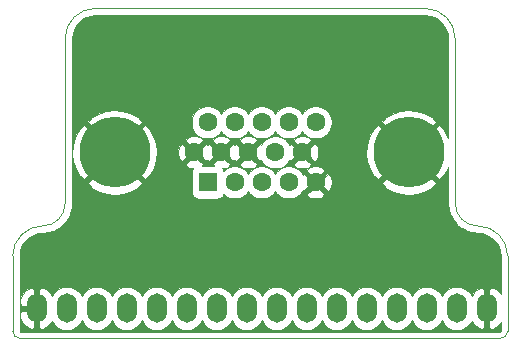
<source format=gbr>
G04 #@! TF.GenerationSoftware,KiCad,Pcbnew,5.1.7-a382d34a8~88~ubuntu20.04.1*
G04 #@! TF.CreationDate,2020-12-18T13:14:18-06:00*
G04 #@! TF.ProjectId,VGA,5647412e-6b69-4636-9164-5f7063625858,1.1*
G04 #@! TF.SameCoordinates,Original*
G04 #@! TF.FileFunction,Copper,L2,Bot*
G04 #@! TF.FilePolarity,Positive*
%FSLAX46Y46*%
G04 Gerber Fmt 4.6, Leading zero omitted, Abs format (unit mm)*
G04 Created by KiCad (PCBNEW 5.1.7-a382d34a8~88~ubuntu20.04.1) date 2020-12-18 13:14:18*
%MOMM*%
%LPD*%
G01*
G04 APERTURE LIST*
G04 #@! TA.AperFunction,Profile*
%ADD10C,0.050000*%
G04 #@! TD*
G04 #@! TA.AperFunction,ComponentPad*
%ADD11C,6.000000*%
G04 #@! TD*
G04 #@! TA.AperFunction,ComponentPad*
%ADD12O,1.700000X2.500000*%
G04 #@! TD*
G04 #@! TA.AperFunction,ComponentPad*
%ADD13R,1.600000X1.600000*%
G04 #@! TD*
G04 #@! TA.AperFunction,ComponentPad*
%ADD14C,1.600000*%
G04 #@! TD*
G04 #@! TA.AperFunction,Conductor*
%ADD15C,0.100000*%
G04 #@! TD*
G04 APERTURE END LIST*
D10*
X139065000Y-123190000D02*
G75*
G02*
X137160000Y-125095000I-1905000J0D01*
G01*
X134620000Y-127635000D02*
G75*
G02*
X137160000Y-125095000I2540000J0D01*
G01*
X173990000Y-125095000D02*
G75*
G02*
X172085000Y-123190000I0J1905000D01*
G01*
X134620000Y-133985000D02*
X134620000Y-127635000D01*
X173990000Y-125095000D02*
G75*
G02*
X176530000Y-127635000I0J-2540000D01*
G01*
X176530000Y-133985000D02*
X176530000Y-127635000D01*
X139065000Y-109220000D02*
G75*
G02*
X141605000Y-106680000I2540000J0D01*
G01*
X169545000Y-106680000D02*
G75*
G02*
X172085000Y-109220000I0J-2540000D01*
G01*
X176530000Y-133985000D02*
G75*
G02*
X175895000Y-134620000I-635000J0D01*
G01*
X135255000Y-134620000D02*
G75*
G02*
X134620000Y-133985000I0J635000D01*
G01*
X139065000Y-109220000D02*
X139065000Y-123190000D01*
X169545000Y-106680000D02*
X141605000Y-106680000D01*
X172085000Y-123190000D02*
X172085000Y-109220000D01*
X135255000Y-134620000D02*
X175895000Y-134620000D01*
D11*
X168148000Y-118872000D03*
X143256000Y-118872000D03*
D12*
X136652000Y-132080000D03*
X139192000Y-132080000D03*
X141732000Y-132080000D03*
X144272000Y-132080000D03*
X146812000Y-132080000D03*
X149352000Y-132080000D03*
X151892000Y-132080000D03*
X154432000Y-132080000D03*
X156972000Y-132080000D03*
X159512000Y-132080000D03*
X162052000Y-132080000D03*
X164592000Y-132080000D03*
X167132000Y-132080000D03*
X169672000Y-132080000D03*
X172212000Y-132080000D03*
X174752000Y-132080000D03*
D13*
X151130000Y-121412000D03*
D14*
X153420000Y-121412000D03*
X155710000Y-121412000D03*
X158000000Y-121412000D03*
X160290000Y-121412000D03*
X149985000Y-118872000D03*
X152275000Y-118872000D03*
X154565000Y-118872000D03*
X156855000Y-118872000D03*
X159145000Y-118872000D03*
X151130000Y-116332000D03*
X153420000Y-116332000D03*
X155710000Y-116332000D03*
X158000000Y-116332000D03*
X160290000Y-116332000D03*
D15*
X169924578Y-107303014D02*
X170289690Y-107413248D01*
X170626438Y-107592300D01*
X170921998Y-107833353D01*
X171165110Y-108127225D01*
X171346509Y-108462716D01*
X171459290Y-108827053D01*
X171502001Y-109233418D01*
X171502000Y-117680032D01*
X171426164Y-117445182D01*
X171155606Y-116939004D01*
X170717381Y-116591118D01*
X168436500Y-118872000D01*
X170717381Y-121152882D01*
X171155606Y-120804996D01*
X171474925Y-120181099D01*
X171502000Y-120085760D01*
X171502000Y-123218632D01*
X171504529Y-123244306D01*
X171504446Y-123256138D01*
X171505240Y-123264240D01*
X171544103Y-123633994D01*
X171554723Y-123685731D01*
X171564629Y-123737659D01*
X171566982Y-123745451D01*
X171676924Y-124100615D01*
X171697406Y-124149340D01*
X171717194Y-124198318D01*
X171721012Y-124205497D01*
X171721016Y-124205507D01*
X171721021Y-124205515D01*
X171897847Y-124532550D01*
X171927402Y-124576367D01*
X171956329Y-124620572D01*
X171961474Y-124626881D01*
X172198463Y-124913350D01*
X172235955Y-124950582D01*
X172272926Y-124988335D01*
X172279198Y-124993524D01*
X172567316Y-125228507D01*
X172611326Y-125257747D01*
X172654927Y-125287602D01*
X172662087Y-125291474D01*
X172990360Y-125466019D01*
X173039236Y-125486164D01*
X173087779Y-125506970D01*
X173095549Y-125509375D01*
X173095556Y-125509378D01*
X173095563Y-125509379D01*
X173451477Y-125616837D01*
X173503329Y-125627104D01*
X173554998Y-125638087D01*
X173563090Y-125638938D01*
X173563094Y-125638938D01*
X173933109Y-125675218D01*
X174369578Y-125718014D01*
X174734690Y-125828248D01*
X175071438Y-126007300D01*
X175366998Y-126248353D01*
X175610110Y-126542225D01*
X175791509Y-126877716D01*
X175904290Y-127242053D01*
X175947001Y-127648418D01*
X175947000Y-130890091D01*
X175929339Y-130858590D01*
X175746468Y-130644686D01*
X175525380Y-130470568D01*
X175274571Y-130342928D01*
X175171424Y-130335922D01*
X174956000Y-130428011D01*
X174956000Y-131876000D01*
X174976000Y-131876000D01*
X174976000Y-132284000D01*
X174956000Y-132284000D01*
X174956000Y-133731989D01*
X175171424Y-133824078D01*
X175274571Y-133817072D01*
X175525380Y-133689432D01*
X175746468Y-133515314D01*
X175929339Y-133301410D01*
X175947000Y-133269910D01*
X175947000Y-133956486D01*
X175943267Y-133994560D01*
X175940492Y-134003750D01*
X175935984Y-134012228D01*
X175929916Y-134019668D01*
X175922510Y-134025795D01*
X175914070Y-134030358D01*
X175904893Y-134033199D01*
X175868733Y-134037000D01*
X135283514Y-134037000D01*
X135245440Y-134033267D01*
X135236250Y-134030492D01*
X135227772Y-134025984D01*
X135220332Y-134019916D01*
X135214205Y-134012510D01*
X135209642Y-134004070D01*
X135206801Y-133994893D01*
X135203000Y-133958733D01*
X135203000Y-132508882D01*
X135216728Y-132508882D01*
X135249941Y-132788335D01*
X135337034Y-133055939D01*
X135474661Y-133301410D01*
X135657532Y-133515314D01*
X135878620Y-133689432D01*
X136129429Y-133817072D01*
X136232576Y-133824078D01*
X136448000Y-133731989D01*
X136448000Y-132284000D01*
X135369380Y-132284000D01*
X135216728Y-132508882D01*
X135203000Y-132508882D01*
X135203000Y-131651118D01*
X135216728Y-131651118D01*
X135369380Y-131876000D01*
X136448000Y-131876000D01*
X136448000Y-130428011D01*
X136856000Y-130428011D01*
X136856000Y-131876000D01*
X136876000Y-131876000D01*
X136876000Y-132284000D01*
X136856000Y-132284000D01*
X136856000Y-133731989D01*
X137071424Y-133824078D01*
X137174571Y-133817072D01*
X137425380Y-133689432D01*
X137646468Y-133515314D01*
X137829339Y-133301410D01*
X137934389Y-133114043D01*
X138015627Y-133266027D01*
X138191578Y-133480423D01*
X138405974Y-133656373D01*
X138650576Y-133787116D01*
X138915985Y-133867627D01*
X139192000Y-133894812D01*
X139468016Y-133867627D01*
X139733425Y-133787116D01*
X139978027Y-133656373D01*
X140192423Y-133480423D01*
X140368373Y-133266027D01*
X140462000Y-133090864D01*
X140555627Y-133266027D01*
X140731578Y-133480423D01*
X140945974Y-133656373D01*
X141190576Y-133787116D01*
X141455985Y-133867627D01*
X141732000Y-133894812D01*
X142008016Y-133867627D01*
X142273425Y-133787116D01*
X142518027Y-133656373D01*
X142732423Y-133480423D01*
X142908373Y-133266027D01*
X143002000Y-133090864D01*
X143095627Y-133266027D01*
X143271578Y-133480423D01*
X143485974Y-133656373D01*
X143730576Y-133787116D01*
X143995985Y-133867627D01*
X144272000Y-133894812D01*
X144548016Y-133867627D01*
X144813425Y-133787116D01*
X145058027Y-133656373D01*
X145272423Y-133480423D01*
X145448373Y-133266027D01*
X145542000Y-133090864D01*
X145635627Y-133266027D01*
X145811578Y-133480423D01*
X146025974Y-133656373D01*
X146270576Y-133787116D01*
X146535985Y-133867627D01*
X146812000Y-133894812D01*
X147088016Y-133867627D01*
X147353425Y-133787116D01*
X147598027Y-133656373D01*
X147812423Y-133480423D01*
X147988373Y-133266027D01*
X148082000Y-133090864D01*
X148175627Y-133266027D01*
X148351578Y-133480423D01*
X148565974Y-133656373D01*
X148810576Y-133787116D01*
X149075985Y-133867627D01*
X149352000Y-133894812D01*
X149628016Y-133867627D01*
X149893425Y-133787116D01*
X150138027Y-133656373D01*
X150352423Y-133480423D01*
X150528373Y-133266027D01*
X150622000Y-133090864D01*
X150715627Y-133266027D01*
X150891578Y-133480423D01*
X151105974Y-133656373D01*
X151350576Y-133787116D01*
X151615985Y-133867627D01*
X151892000Y-133894812D01*
X152168016Y-133867627D01*
X152433425Y-133787116D01*
X152678027Y-133656373D01*
X152892423Y-133480423D01*
X153068373Y-133266027D01*
X153162000Y-133090864D01*
X153255627Y-133266027D01*
X153431578Y-133480423D01*
X153645974Y-133656373D01*
X153890576Y-133787116D01*
X154155985Y-133867627D01*
X154432000Y-133894812D01*
X154708016Y-133867627D01*
X154973425Y-133787116D01*
X155218027Y-133656373D01*
X155432423Y-133480423D01*
X155608373Y-133266027D01*
X155702000Y-133090864D01*
X155795627Y-133266027D01*
X155971578Y-133480423D01*
X156185974Y-133656373D01*
X156430576Y-133787116D01*
X156695985Y-133867627D01*
X156972000Y-133894812D01*
X157248016Y-133867627D01*
X157513425Y-133787116D01*
X157758027Y-133656373D01*
X157972423Y-133480423D01*
X158148373Y-133266027D01*
X158242000Y-133090864D01*
X158335627Y-133266027D01*
X158511578Y-133480423D01*
X158725974Y-133656373D01*
X158970576Y-133787116D01*
X159235985Y-133867627D01*
X159512000Y-133894812D01*
X159788016Y-133867627D01*
X160053425Y-133787116D01*
X160298027Y-133656373D01*
X160512423Y-133480423D01*
X160688373Y-133266027D01*
X160782000Y-133090864D01*
X160875627Y-133266027D01*
X161051578Y-133480423D01*
X161265974Y-133656373D01*
X161510576Y-133787116D01*
X161775985Y-133867627D01*
X162052000Y-133894812D01*
X162328016Y-133867627D01*
X162593425Y-133787116D01*
X162838027Y-133656373D01*
X163052423Y-133480423D01*
X163228373Y-133266027D01*
X163322000Y-133090864D01*
X163415627Y-133266027D01*
X163591578Y-133480423D01*
X163805974Y-133656373D01*
X164050576Y-133787116D01*
X164315985Y-133867627D01*
X164592000Y-133894812D01*
X164868016Y-133867627D01*
X165133425Y-133787116D01*
X165378027Y-133656373D01*
X165592423Y-133480423D01*
X165768373Y-133266027D01*
X165862000Y-133090864D01*
X165955627Y-133266027D01*
X166131578Y-133480423D01*
X166345974Y-133656373D01*
X166590576Y-133787116D01*
X166855985Y-133867627D01*
X167132000Y-133894812D01*
X167408016Y-133867627D01*
X167673425Y-133787116D01*
X167918027Y-133656373D01*
X168132423Y-133480423D01*
X168308373Y-133266027D01*
X168402000Y-133090864D01*
X168495627Y-133266027D01*
X168671578Y-133480423D01*
X168885974Y-133656373D01*
X169130576Y-133787116D01*
X169395985Y-133867627D01*
X169672000Y-133894812D01*
X169948016Y-133867627D01*
X170213425Y-133787116D01*
X170458027Y-133656373D01*
X170672423Y-133480423D01*
X170848373Y-133266027D01*
X170942000Y-133090864D01*
X171035627Y-133266027D01*
X171211578Y-133480423D01*
X171425974Y-133656373D01*
X171670576Y-133787116D01*
X171935985Y-133867627D01*
X172212000Y-133894812D01*
X172488016Y-133867627D01*
X172753425Y-133787116D01*
X172998027Y-133656373D01*
X173212423Y-133480423D01*
X173388373Y-133266027D01*
X173469611Y-133114043D01*
X173574661Y-133301410D01*
X173757532Y-133515314D01*
X173978620Y-133689432D01*
X174229429Y-133817072D01*
X174332576Y-133824078D01*
X174548000Y-133731989D01*
X174548000Y-132284000D01*
X174528000Y-132284000D01*
X174528000Y-131876000D01*
X174548000Y-131876000D01*
X174548000Y-130428011D01*
X174332576Y-130335922D01*
X174229429Y-130342928D01*
X173978620Y-130470568D01*
X173757532Y-130644686D01*
X173574661Y-130858590D01*
X173469611Y-131045957D01*
X173388373Y-130893973D01*
X173212422Y-130679577D01*
X172998026Y-130503627D01*
X172753424Y-130372884D01*
X172488015Y-130292373D01*
X172212000Y-130265188D01*
X171935984Y-130292373D01*
X171670575Y-130372884D01*
X171425973Y-130503627D01*
X171211577Y-130679578D01*
X171035627Y-130893974D01*
X170942000Y-131069137D01*
X170848373Y-130893973D01*
X170672422Y-130679577D01*
X170458026Y-130503627D01*
X170213424Y-130372884D01*
X169948015Y-130292373D01*
X169672000Y-130265188D01*
X169395984Y-130292373D01*
X169130575Y-130372884D01*
X168885973Y-130503627D01*
X168671577Y-130679578D01*
X168495627Y-130893974D01*
X168402000Y-131069137D01*
X168308373Y-130893973D01*
X168132422Y-130679577D01*
X167918026Y-130503627D01*
X167673424Y-130372884D01*
X167408015Y-130292373D01*
X167132000Y-130265188D01*
X166855984Y-130292373D01*
X166590575Y-130372884D01*
X166345973Y-130503627D01*
X166131577Y-130679578D01*
X165955627Y-130893974D01*
X165862000Y-131069137D01*
X165768373Y-130893973D01*
X165592422Y-130679577D01*
X165378026Y-130503627D01*
X165133424Y-130372884D01*
X164868015Y-130292373D01*
X164592000Y-130265188D01*
X164315984Y-130292373D01*
X164050575Y-130372884D01*
X163805973Y-130503627D01*
X163591577Y-130679578D01*
X163415627Y-130893974D01*
X163322000Y-131069137D01*
X163228373Y-130893973D01*
X163052422Y-130679577D01*
X162838026Y-130503627D01*
X162593424Y-130372884D01*
X162328015Y-130292373D01*
X162052000Y-130265188D01*
X161775984Y-130292373D01*
X161510575Y-130372884D01*
X161265973Y-130503627D01*
X161051577Y-130679578D01*
X160875627Y-130893974D01*
X160782000Y-131069137D01*
X160688373Y-130893973D01*
X160512422Y-130679577D01*
X160298026Y-130503627D01*
X160053424Y-130372884D01*
X159788015Y-130292373D01*
X159512000Y-130265188D01*
X159235984Y-130292373D01*
X158970575Y-130372884D01*
X158725973Y-130503627D01*
X158511577Y-130679578D01*
X158335627Y-130893974D01*
X158242000Y-131069137D01*
X158148373Y-130893973D01*
X157972422Y-130679577D01*
X157758026Y-130503627D01*
X157513424Y-130372884D01*
X157248015Y-130292373D01*
X156972000Y-130265188D01*
X156695984Y-130292373D01*
X156430575Y-130372884D01*
X156185973Y-130503627D01*
X155971577Y-130679578D01*
X155795627Y-130893974D01*
X155702000Y-131069137D01*
X155608373Y-130893973D01*
X155432422Y-130679577D01*
X155218026Y-130503627D01*
X154973424Y-130372884D01*
X154708015Y-130292373D01*
X154432000Y-130265188D01*
X154155984Y-130292373D01*
X153890575Y-130372884D01*
X153645973Y-130503627D01*
X153431577Y-130679578D01*
X153255627Y-130893974D01*
X153162000Y-131069137D01*
X153068373Y-130893973D01*
X152892422Y-130679577D01*
X152678026Y-130503627D01*
X152433424Y-130372884D01*
X152168015Y-130292373D01*
X151892000Y-130265188D01*
X151615984Y-130292373D01*
X151350575Y-130372884D01*
X151105973Y-130503627D01*
X150891577Y-130679578D01*
X150715627Y-130893974D01*
X150622000Y-131069137D01*
X150528373Y-130893973D01*
X150352422Y-130679577D01*
X150138026Y-130503627D01*
X149893424Y-130372884D01*
X149628015Y-130292373D01*
X149352000Y-130265188D01*
X149075984Y-130292373D01*
X148810575Y-130372884D01*
X148565973Y-130503627D01*
X148351577Y-130679578D01*
X148175627Y-130893974D01*
X148082000Y-131069137D01*
X147988373Y-130893973D01*
X147812422Y-130679577D01*
X147598026Y-130503627D01*
X147353424Y-130372884D01*
X147088015Y-130292373D01*
X146812000Y-130265188D01*
X146535984Y-130292373D01*
X146270575Y-130372884D01*
X146025973Y-130503627D01*
X145811577Y-130679578D01*
X145635627Y-130893974D01*
X145542000Y-131069137D01*
X145448373Y-130893973D01*
X145272422Y-130679577D01*
X145058026Y-130503627D01*
X144813424Y-130372884D01*
X144548015Y-130292373D01*
X144272000Y-130265188D01*
X143995984Y-130292373D01*
X143730575Y-130372884D01*
X143485973Y-130503627D01*
X143271577Y-130679578D01*
X143095627Y-130893974D01*
X143002000Y-131069137D01*
X142908373Y-130893973D01*
X142732422Y-130679577D01*
X142518026Y-130503627D01*
X142273424Y-130372884D01*
X142008015Y-130292373D01*
X141732000Y-130265188D01*
X141455984Y-130292373D01*
X141190575Y-130372884D01*
X140945973Y-130503627D01*
X140731577Y-130679578D01*
X140555627Y-130893974D01*
X140462000Y-131069137D01*
X140368373Y-130893973D01*
X140192422Y-130679577D01*
X139978026Y-130503627D01*
X139733424Y-130372884D01*
X139468015Y-130292373D01*
X139192000Y-130265188D01*
X138915984Y-130292373D01*
X138650575Y-130372884D01*
X138405973Y-130503627D01*
X138191577Y-130679578D01*
X138015627Y-130893974D01*
X137934390Y-131045958D01*
X137829339Y-130858590D01*
X137646468Y-130644686D01*
X137425380Y-130470568D01*
X137174571Y-130342928D01*
X137071424Y-130335922D01*
X136856000Y-130428011D01*
X136448000Y-130428011D01*
X136232576Y-130335922D01*
X136129429Y-130342928D01*
X135878620Y-130470568D01*
X135657532Y-130644686D01*
X135474661Y-130858590D01*
X135337034Y-131104061D01*
X135249941Y-131371665D01*
X135216728Y-131651118D01*
X135203000Y-131651118D01*
X135203000Y-127663518D01*
X135243014Y-127255422D01*
X135353248Y-126890310D01*
X135532300Y-126553562D01*
X135773353Y-126258002D01*
X136067225Y-126014890D01*
X136402716Y-125833491D01*
X136767053Y-125720710D01*
X137173826Y-125677956D01*
X137175315Y-125677951D01*
X137200670Y-125675376D01*
X137226138Y-125675554D01*
X137234240Y-125674760D01*
X137603994Y-125635897D01*
X137655731Y-125625277D01*
X137707659Y-125615371D01*
X137715449Y-125613019D01*
X137715455Y-125613017D01*
X138070615Y-125503076D01*
X138119340Y-125482594D01*
X138168318Y-125462806D01*
X138175497Y-125458988D01*
X138175507Y-125458984D01*
X138175515Y-125458979D01*
X138502550Y-125282153D01*
X138546367Y-125252598D01*
X138590572Y-125223671D01*
X138596881Y-125218526D01*
X138883350Y-124981537D01*
X138920582Y-124944045D01*
X138958335Y-124907074D01*
X138963524Y-124900802D01*
X139198507Y-124612684D01*
X139227747Y-124568674D01*
X139257602Y-124525073D01*
X139261474Y-124517913D01*
X139436019Y-124189640D01*
X139456164Y-124140764D01*
X139476970Y-124092221D01*
X139479375Y-124084451D01*
X139479378Y-124084444D01*
X139479379Y-124084437D01*
X139586837Y-123728523D01*
X139597104Y-123676671D01*
X139608087Y-123625002D01*
X139608938Y-123616906D01*
X139645218Y-123246891D01*
X139645218Y-123246880D01*
X139648000Y-123218633D01*
X139648000Y-121441381D01*
X140975118Y-121441381D01*
X141323004Y-121879606D01*
X141946901Y-122198925D01*
X142621105Y-122390392D01*
X143319709Y-122446648D01*
X144015864Y-122365533D01*
X144682818Y-122150164D01*
X145188996Y-121879606D01*
X145536882Y-121441381D01*
X143256000Y-119160500D01*
X140975118Y-121441381D01*
X139648000Y-121441381D01*
X139648000Y-118935709D01*
X139681352Y-118935709D01*
X139762467Y-119631864D01*
X139977836Y-120298818D01*
X140248394Y-120804996D01*
X140686619Y-121152882D01*
X142967500Y-118872000D01*
X143544500Y-118872000D01*
X145825381Y-121152882D01*
X146263606Y-120804996D01*
X146582925Y-120181099D01*
X146671157Y-119870411D01*
X149275089Y-119870411D01*
X149356978Y-120083463D01*
X149605390Y-120182706D01*
X149868390Y-120231580D01*
X149920894Y-120230918D01*
X149863796Y-120300492D01*
X149811982Y-120397430D01*
X149780075Y-120502613D01*
X149769301Y-120612000D01*
X149769301Y-122212000D01*
X149780075Y-122321387D01*
X149811982Y-122426570D01*
X149863796Y-122523508D01*
X149933526Y-122608474D01*
X150018492Y-122678204D01*
X150115430Y-122730018D01*
X150220613Y-122761925D01*
X150330000Y-122772699D01*
X151930000Y-122772699D01*
X152039387Y-122761925D01*
X152144570Y-122730018D01*
X152241508Y-122678204D01*
X152326474Y-122608474D01*
X152396204Y-122523508D01*
X152448018Y-122426570D01*
X152463391Y-122375894D01*
X152554325Y-122466828D01*
X152776746Y-122615444D01*
X153023886Y-122717813D01*
X153286249Y-122770000D01*
X153553751Y-122770000D01*
X153816114Y-122717813D01*
X154063254Y-122615444D01*
X154285675Y-122466828D01*
X154474828Y-122277675D01*
X154565000Y-122142722D01*
X154655172Y-122277675D01*
X154844325Y-122466828D01*
X155066746Y-122615444D01*
X155313886Y-122717813D01*
X155576249Y-122770000D01*
X155843751Y-122770000D01*
X156106114Y-122717813D01*
X156353254Y-122615444D01*
X156575675Y-122466828D01*
X156764828Y-122277675D01*
X156855000Y-122142722D01*
X156945172Y-122277675D01*
X157134325Y-122466828D01*
X157356746Y-122615444D01*
X157603886Y-122717813D01*
X157866249Y-122770000D01*
X158133751Y-122770000D01*
X158396114Y-122717813D01*
X158643254Y-122615444D01*
X158865675Y-122466828D01*
X158922092Y-122410411D01*
X159580089Y-122410411D01*
X159661978Y-122623463D01*
X159910390Y-122722706D01*
X160173390Y-122771580D01*
X160440871Y-122768205D01*
X160702554Y-122712713D01*
X160918022Y-122623463D01*
X160999911Y-122410411D01*
X160290000Y-121700500D01*
X159580089Y-122410411D01*
X158922092Y-122410411D01*
X159054828Y-122277675D01*
X159186018Y-122081334D01*
X159291589Y-122121911D01*
X160001500Y-121412000D01*
X160578500Y-121412000D01*
X161288411Y-122121911D01*
X161501463Y-122040022D01*
X161600706Y-121791610D01*
X161649580Y-121528610D01*
X161648480Y-121441381D01*
X165867118Y-121441381D01*
X166215004Y-121879606D01*
X166838901Y-122198925D01*
X167513105Y-122390392D01*
X168211709Y-122446648D01*
X168907864Y-122365533D01*
X169574818Y-122150164D01*
X170080996Y-121879606D01*
X170428882Y-121441381D01*
X168148000Y-119160500D01*
X165867118Y-121441381D01*
X161648480Y-121441381D01*
X161646205Y-121261129D01*
X161590713Y-120999446D01*
X161501463Y-120783978D01*
X161288411Y-120702089D01*
X160578500Y-121412000D01*
X160001500Y-121412000D01*
X159291589Y-120702089D01*
X159186018Y-120742666D01*
X159054828Y-120546325D01*
X158922092Y-120413589D01*
X159580089Y-120413589D01*
X160290000Y-121123500D01*
X160999911Y-120413589D01*
X160918022Y-120200537D01*
X160669610Y-120101294D01*
X160406610Y-120052420D01*
X160139129Y-120055795D01*
X159877446Y-120111287D01*
X159661978Y-120200537D01*
X159580089Y-120413589D01*
X158922092Y-120413589D01*
X158865675Y-120357172D01*
X158643254Y-120208556D01*
X158396114Y-120106187D01*
X158133751Y-120054000D01*
X157866249Y-120054000D01*
X157603886Y-120106187D01*
X157356746Y-120208556D01*
X157134325Y-120357172D01*
X156945172Y-120546325D01*
X156855000Y-120681278D01*
X156764828Y-120546325D01*
X156575675Y-120357172D01*
X156353254Y-120208556D01*
X156106114Y-120106187D01*
X155843751Y-120054000D01*
X155576249Y-120054000D01*
X155313886Y-120106187D01*
X155066746Y-120208556D01*
X154844325Y-120357172D01*
X154655172Y-120546325D01*
X154565000Y-120681278D01*
X154474828Y-120546325D01*
X154285675Y-120357172D01*
X154063254Y-120208556D01*
X153816114Y-120106187D01*
X153553751Y-120054000D01*
X153286249Y-120054000D01*
X153023886Y-120106187D01*
X152776746Y-120208556D01*
X152554325Y-120357172D01*
X152463391Y-120448106D01*
X152448018Y-120397430D01*
X152396204Y-120300492D01*
X152337791Y-120229316D01*
X152425871Y-120228205D01*
X152687554Y-120172713D01*
X152903022Y-120083463D01*
X152984911Y-119870411D01*
X153855089Y-119870411D01*
X153936978Y-120083463D01*
X154185390Y-120182706D01*
X154448390Y-120231580D01*
X154715871Y-120228205D01*
X154977554Y-120172713D01*
X155193022Y-120083463D01*
X155274911Y-119870411D01*
X154565000Y-119160500D01*
X153855089Y-119870411D01*
X152984911Y-119870411D01*
X152275000Y-119160500D01*
X151565089Y-119870411D01*
X151634616Y-120051301D01*
X150625384Y-120051301D01*
X150694911Y-119870411D01*
X149985000Y-119160500D01*
X149275089Y-119870411D01*
X146671157Y-119870411D01*
X146774392Y-119506895D01*
X146830648Y-118808291D01*
X146824485Y-118755390D01*
X148625420Y-118755390D01*
X148628795Y-119022871D01*
X148684287Y-119284554D01*
X148773537Y-119500022D01*
X148986589Y-119581911D01*
X149696500Y-118872000D01*
X150273500Y-118872000D01*
X150983411Y-119581911D01*
X151130000Y-119525568D01*
X151276589Y-119581911D01*
X151986500Y-118872000D01*
X152563500Y-118872000D01*
X153273411Y-119581911D01*
X153420000Y-119525568D01*
X153566589Y-119581911D01*
X154276500Y-118872000D01*
X154853500Y-118872000D01*
X155563411Y-119581911D01*
X155668982Y-119541334D01*
X155800172Y-119737675D01*
X155989325Y-119926828D01*
X156211746Y-120075444D01*
X156458886Y-120177813D01*
X156721249Y-120230000D01*
X156988751Y-120230000D01*
X157251114Y-120177813D01*
X157498254Y-120075444D01*
X157720675Y-119926828D01*
X157777092Y-119870411D01*
X158435089Y-119870411D01*
X158516978Y-120083463D01*
X158765390Y-120182706D01*
X159028390Y-120231580D01*
X159295871Y-120228205D01*
X159557554Y-120172713D01*
X159773022Y-120083463D01*
X159854911Y-119870411D01*
X159145000Y-119160500D01*
X158435089Y-119870411D01*
X157777092Y-119870411D01*
X157909828Y-119737675D01*
X158041018Y-119541334D01*
X158146589Y-119581911D01*
X158856500Y-118872000D01*
X159433500Y-118872000D01*
X160143411Y-119581911D01*
X160356463Y-119500022D01*
X160455706Y-119251610D01*
X160504580Y-118988610D01*
X160503913Y-118935709D01*
X164573352Y-118935709D01*
X164654467Y-119631864D01*
X164869836Y-120298818D01*
X165140394Y-120804996D01*
X165578619Y-121152882D01*
X167859500Y-118872000D01*
X165578619Y-116591118D01*
X165140394Y-116939004D01*
X164821075Y-117562901D01*
X164629608Y-118237105D01*
X164573352Y-118935709D01*
X160503913Y-118935709D01*
X160501205Y-118721129D01*
X160445713Y-118459446D01*
X160356463Y-118243978D01*
X160143411Y-118162089D01*
X159433500Y-118872000D01*
X158856500Y-118872000D01*
X158146589Y-118162089D01*
X158041018Y-118202666D01*
X157909828Y-118006325D01*
X157777092Y-117873589D01*
X158435089Y-117873589D01*
X159145000Y-118583500D01*
X159854911Y-117873589D01*
X159773022Y-117660537D01*
X159524610Y-117561294D01*
X159261610Y-117512420D01*
X158994129Y-117515795D01*
X158732446Y-117571287D01*
X158516978Y-117660537D01*
X158435089Y-117873589D01*
X157777092Y-117873589D01*
X157720675Y-117817172D01*
X157498254Y-117668556D01*
X157251114Y-117566187D01*
X156988751Y-117514000D01*
X156721249Y-117514000D01*
X156458886Y-117566187D01*
X156211746Y-117668556D01*
X155989325Y-117817172D01*
X155800172Y-118006325D01*
X155668982Y-118202666D01*
X155563411Y-118162089D01*
X154853500Y-118872000D01*
X154276500Y-118872000D01*
X153566589Y-118162089D01*
X153420000Y-118218432D01*
X153273411Y-118162089D01*
X152563500Y-118872000D01*
X151986500Y-118872000D01*
X151276589Y-118162089D01*
X151130000Y-118218432D01*
X150983411Y-118162089D01*
X150273500Y-118872000D01*
X149696500Y-118872000D01*
X148986589Y-118162089D01*
X148773537Y-118243978D01*
X148674294Y-118492390D01*
X148625420Y-118755390D01*
X146824485Y-118755390D01*
X146749533Y-118112136D01*
X146672503Y-117873589D01*
X149275089Y-117873589D01*
X149985000Y-118583500D01*
X150694911Y-117873589D01*
X151565089Y-117873589D01*
X152275000Y-118583500D01*
X152984911Y-117873589D01*
X153855089Y-117873589D01*
X154565000Y-118583500D01*
X155274911Y-117873589D01*
X155193022Y-117660537D01*
X154944610Y-117561294D01*
X154681610Y-117512420D01*
X154414129Y-117515795D01*
X154152446Y-117571287D01*
X153936978Y-117660537D01*
X153855089Y-117873589D01*
X152984911Y-117873589D01*
X152903022Y-117660537D01*
X152654610Y-117561294D01*
X152391610Y-117512420D01*
X152124129Y-117515795D01*
X151862446Y-117571287D01*
X151646978Y-117660537D01*
X151565089Y-117873589D01*
X150694911Y-117873589D01*
X150613022Y-117660537D01*
X150364610Y-117561294D01*
X150101610Y-117512420D01*
X149834129Y-117515795D01*
X149572446Y-117571287D01*
X149356978Y-117660537D01*
X149275089Y-117873589D01*
X146672503Y-117873589D01*
X146534164Y-117445182D01*
X146263606Y-116939004D01*
X145825381Y-116591118D01*
X143544500Y-118872000D01*
X142967500Y-118872000D01*
X140686619Y-116591118D01*
X140248394Y-116939004D01*
X139929075Y-117562901D01*
X139737608Y-118237105D01*
X139681352Y-118935709D01*
X139648000Y-118935709D01*
X139648000Y-116302619D01*
X140975118Y-116302619D01*
X143256000Y-118583500D01*
X145536882Y-116302619D01*
X145454028Y-116198249D01*
X149772000Y-116198249D01*
X149772000Y-116465751D01*
X149824187Y-116728114D01*
X149926556Y-116975254D01*
X150075172Y-117197675D01*
X150264325Y-117386828D01*
X150486746Y-117535444D01*
X150733886Y-117637813D01*
X150996249Y-117690000D01*
X151263751Y-117690000D01*
X151526114Y-117637813D01*
X151773254Y-117535444D01*
X151995675Y-117386828D01*
X152184828Y-117197675D01*
X152275000Y-117062722D01*
X152365172Y-117197675D01*
X152554325Y-117386828D01*
X152776746Y-117535444D01*
X153023886Y-117637813D01*
X153286249Y-117690000D01*
X153553751Y-117690000D01*
X153816114Y-117637813D01*
X154063254Y-117535444D01*
X154285675Y-117386828D01*
X154474828Y-117197675D01*
X154565000Y-117062722D01*
X154655172Y-117197675D01*
X154844325Y-117386828D01*
X155066746Y-117535444D01*
X155313886Y-117637813D01*
X155576249Y-117690000D01*
X155843751Y-117690000D01*
X156106114Y-117637813D01*
X156353254Y-117535444D01*
X156575675Y-117386828D01*
X156764828Y-117197675D01*
X156855000Y-117062722D01*
X156945172Y-117197675D01*
X157134325Y-117386828D01*
X157356746Y-117535444D01*
X157603886Y-117637813D01*
X157866249Y-117690000D01*
X158133751Y-117690000D01*
X158396114Y-117637813D01*
X158643254Y-117535444D01*
X158865675Y-117386828D01*
X159054828Y-117197675D01*
X159145000Y-117062722D01*
X159235172Y-117197675D01*
X159424325Y-117386828D01*
X159646746Y-117535444D01*
X159893886Y-117637813D01*
X160156249Y-117690000D01*
X160423751Y-117690000D01*
X160686114Y-117637813D01*
X160933254Y-117535444D01*
X161155675Y-117386828D01*
X161344828Y-117197675D01*
X161493444Y-116975254D01*
X161595813Y-116728114D01*
X161648000Y-116465751D01*
X161648000Y-116302619D01*
X165867118Y-116302619D01*
X168148000Y-118583500D01*
X170428882Y-116302619D01*
X170080996Y-115864394D01*
X169457099Y-115545075D01*
X168782895Y-115353608D01*
X168084291Y-115297352D01*
X167388136Y-115378467D01*
X166721182Y-115593836D01*
X166215004Y-115864394D01*
X165867118Y-116302619D01*
X161648000Y-116302619D01*
X161648000Y-116198249D01*
X161595813Y-115935886D01*
X161493444Y-115688746D01*
X161344828Y-115466325D01*
X161155675Y-115277172D01*
X160933254Y-115128556D01*
X160686114Y-115026187D01*
X160423751Y-114974000D01*
X160156249Y-114974000D01*
X159893886Y-115026187D01*
X159646746Y-115128556D01*
X159424325Y-115277172D01*
X159235172Y-115466325D01*
X159145000Y-115601278D01*
X159054828Y-115466325D01*
X158865675Y-115277172D01*
X158643254Y-115128556D01*
X158396114Y-115026187D01*
X158133751Y-114974000D01*
X157866249Y-114974000D01*
X157603886Y-115026187D01*
X157356746Y-115128556D01*
X157134325Y-115277172D01*
X156945172Y-115466325D01*
X156855000Y-115601278D01*
X156764828Y-115466325D01*
X156575675Y-115277172D01*
X156353254Y-115128556D01*
X156106114Y-115026187D01*
X155843751Y-114974000D01*
X155576249Y-114974000D01*
X155313886Y-115026187D01*
X155066746Y-115128556D01*
X154844325Y-115277172D01*
X154655172Y-115466325D01*
X154565000Y-115601278D01*
X154474828Y-115466325D01*
X154285675Y-115277172D01*
X154063254Y-115128556D01*
X153816114Y-115026187D01*
X153553751Y-114974000D01*
X153286249Y-114974000D01*
X153023886Y-115026187D01*
X152776746Y-115128556D01*
X152554325Y-115277172D01*
X152365172Y-115466325D01*
X152275000Y-115601278D01*
X152184828Y-115466325D01*
X151995675Y-115277172D01*
X151773254Y-115128556D01*
X151526114Y-115026187D01*
X151263751Y-114974000D01*
X150996249Y-114974000D01*
X150733886Y-115026187D01*
X150486746Y-115128556D01*
X150264325Y-115277172D01*
X150075172Y-115466325D01*
X149926556Y-115688746D01*
X149824187Y-115935886D01*
X149772000Y-116198249D01*
X145454028Y-116198249D01*
X145188996Y-115864394D01*
X144565099Y-115545075D01*
X143890895Y-115353608D01*
X143192291Y-115297352D01*
X142496136Y-115378467D01*
X141829182Y-115593836D01*
X141323004Y-115864394D01*
X140975118Y-116302619D01*
X139648000Y-116302619D01*
X139648000Y-109248518D01*
X139688014Y-108840422D01*
X139798248Y-108475310D01*
X139977300Y-108138562D01*
X140218353Y-107843002D01*
X140512225Y-107599890D01*
X140847716Y-107418491D01*
X141212053Y-107305710D01*
X141618409Y-107263000D01*
X169516482Y-107263000D01*
X169924578Y-107303014D01*
G04 #@! TA.AperFunction,Conductor*
G36*
X169924578Y-107303014D02*
G01*
X170289690Y-107413248D01*
X170626438Y-107592300D01*
X170921998Y-107833353D01*
X171165110Y-108127225D01*
X171346509Y-108462716D01*
X171459290Y-108827053D01*
X171502001Y-109233418D01*
X171502000Y-117680032D01*
X171426164Y-117445182D01*
X171155606Y-116939004D01*
X170717381Y-116591118D01*
X168436500Y-118872000D01*
X170717381Y-121152882D01*
X171155606Y-120804996D01*
X171474925Y-120181099D01*
X171502000Y-120085760D01*
X171502000Y-123218632D01*
X171504529Y-123244306D01*
X171504446Y-123256138D01*
X171505240Y-123264240D01*
X171544103Y-123633994D01*
X171554723Y-123685731D01*
X171564629Y-123737659D01*
X171566982Y-123745451D01*
X171676924Y-124100615D01*
X171697406Y-124149340D01*
X171717194Y-124198318D01*
X171721012Y-124205497D01*
X171721016Y-124205507D01*
X171721021Y-124205515D01*
X171897847Y-124532550D01*
X171927402Y-124576367D01*
X171956329Y-124620572D01*
X171961474Y-124626881D01*
X172198463Y-124913350D01*
X172235955Y-124950582D01*
X172272926Y-124988335D01*
X172279198Y-124993524D01*
X172567316Y-125228507D01*
X172611326Y-125257747D01*
X172654927Y-125287602D01*
X172662087Y-125291474D01*
X172990360Y-125466019D01*
X173039236Y-125486164D01*
X173087779Y-125506970D01*
X173095549Y-125509375D01*
X173095556Y-125509378D01*
X173095563Y-125509379D01*
X173451477Y-125616837D01*
X173503329Y-125627104D01*
X173554998Y-125638087D01*
X173563090Y-125638938D01*
X173563094Y-125638938D01*
X173933109Y-125675218D01*
X174369578Y-125718014D01*
X174734690Y-125828248D01*
X175071438Y-126007300D01*
X175366998Y-126248353D01*
X175610110Y-126542225D01*
X175791509Y-126877716D01*
X175904290Y-127242053D01*
X175947001Y-127648418D01*
X175947000Y-130890091D01*
X175929339Y-130858590D01*
X175746468Y-130644686D01*
X175525380Y-130470568D01*
X175274571Y-130342928D01*
X175171424Y-130335922D01*
X174956000Y-130428011D01*
X174956000Y-131876000D01*
X174976000Y-131876000D01*
X174976000Y-132284000D01*
X174956000Y-132284000D01*
X174956000Y-133731989D01*
X175171424Y-133824078D01*
X175274571Y-133817072D01*
X175525380Y-133689432D01*
X175746468Y-133515314D01*
X175929339Y-133301410D01*
X175947000Y-133269910D01*
X175947000Y-133956486D01*
X175943267Y-133994560D01*
X175940492Y-134003750D01*
X175935984Y-134012228D01*
X175929916Y-134019668D01*
X175922510Y-134025795D01*
X175914070Y-134030358D01*
X175904893Y-134033199D01*
X175868733Y-134037000D01*
X135283514Y-134037000D01*
X135245440Y-134033267D01*
X135236250Y-134030492D01*
X135227772Y-134025984D01*
X135220332Y-134019916D01*
X135214205Y-134012510D01*
X135209642Y-134004070D01*
X135206801Y-133994893D01*
X135203000Y-133958733D01*
X135203000Y-132508882D01*
X135216728Y-132508882D01*
X135249941Y-132788335D01*
X135337034Y-133055939D01*
X135474661Y-133301410D01*
X135657532Y-133515314D01*
X135878620Y-133689432D01*
X136129429Y-133817072D01*
X136232576Y-133824078D01*
X136448000Y-133731989D01*
X136448000Y-132284000D01*
X135369380Y-132284000D01*
X135216728Y-132508882D01*
X135203000Y-132508882D01*
X135203000Y-131651118D01*
X135216728Y-131651118D01*
X135369380Y-131876000D01*
X136448000Y-131876000D01*
X136448000Y-130428011D01*
X136856000Y-130428011D01*
X136856000Y-131876000D01*
X136876000Y-131876000D01*
X136876000Y-132284000D01*
X136856000Y-132284000D01*
X136856000Y-133731989D01*
X137071424Y-133824078D01*
X137174571Y-133817072D01*
X137425380Y-133689432D01*
X137646468Y-133515314D01*
X137829339Y-133301410D01*
X137934389Y-133114043D01*
X138015627Y-133266027D01*
X138191578Y-133480423D01*
X138405974Y-133656373D01*
X138650576Y-133787116D01*
X138915985Y-133867627D01*
X139192000Y-133894812D01*
X139468016Y-133867627D01*
X139733425Y-133787116D01*
X139978027Y-133656373D01*
X140192423Y-133480423D01*
X140368373Y-133266027D01*
X140462000Y-133090864D01*
X140555627Y-133266027D01*
X140731578Y-133480423D01*
X140945974Y-133656373D01*
X141190576Y-133787116D01*
X141455985Y-133867627D01*
X141732000Y-133894812D01*
X142008016Y-133867627D01*
X142273425Y-133787116D01*
X142518027Y-133656373D01*
X142732423Y-133480423D01*
X142908373Y-133266027D01*
X143002000Y-133090864D01*
X143095627Y-133266027D01*
X143271578Y-133480423D01*
X143485974Y-133656373D01*
X143730576Y-133787116D01*
X143995985Y-133867627D01*
X144272000Y-133894812D01*
X144548016Y-133867627D01*
X144813425Y-133787116D01*
X145058027Y-133656373D01*
X145272423Y-133480423D01*
X145448373Y-133266027D01*
X145542000Y-133090864D01*
X145635627Y-133266027D01*
X145811578Y-133480423D01*
X146025974Y-133656373D01*
X146270576Y-133787116D01*
X146535985Y-133867627D01*
X146812000Y-133894812D01*
X147088016Y-133867627D01*
X147353425Y-133787116D01*
X147598027Y-133656373D01*
X147812423Y-133480423D01*
X147988373Y-133266027D01*
X148082000Y-133090864D01*
X148175627Y-133266027D01*
X148351578Y-133480423D01*
X148565974Y-133656373D01*
X148810576Y-133787116D01*
X149075985Y-133867627D01*
X149352000Y-133894812D01*
X149628016Y-133867627D01*
X149893425Y-133787116D01*
X150138027Y-133656373D01*
X150352423Y-133480423D01*
X150528373Y-133266027D01*
X150622000Y-133090864D01*
X150715627Y-133266027D01*
X150891578Y-133480423D01*
X151105974Y-133656373D01*
X151350576Y-133787116D01*
X151615985Y-133867627D01*
X151892000Y-133894812D01*
X152168016Y-133867627D01*
X152433425Y-133787116D01*
X152678027Y-133656373D01*
X152892423Y-133480423D01*
X153068373Y-133266027D01*
X153162000Y-133090864D01*
X153255627Y-133266027D01*
X153431578Y-133480423D01*
X153645974Y-133656373D01*
X153890576Y-133787116D01*
X154155985Y-133867627D01*
X154432000Y-133894812D01*
X154708016Y-133867627D01*
X154973425Y-133787116D01*
X155218027Y-133656373D01*
X155432423Y-133480423D01*
X155608373Y-133266027D01*
X155702000Y-133090864D01*
X155795627Y-133266027D01*
X155971578Y-133480423D01*
X156185974Y-133656373D01*
X156430576Y-133787116D01*
X156695985Y-133867627D01*
X156972000Y-133894812D01*
X157248016Y-133867627D01*
X157513425Y-133787116D01*
X157758027Y-133656373D01*
X157972423Y-133480423D01*
X158148373Y-133266027D01*
X158242000Y-133090864D01*
X158335627Y-133266027D01*
X158511578Y-133480423D01*
X158725974Y-133656373D01*
X158970576Y-133787116D01*
X159235985Y-133867627D01*
X159512000Y-133894812D01*
X159788016Y-133867627D01*
X160053425Y-133787116D01*
X160298027Y-133656373D01*
X160512423Y-133480423D01*
X160688373Y-133266027D01*
X160782000Y-133090864D01*
X160875627Y-133266027D01*
X161051578Y-133480423D01*
X161265974Y-133656373D01*
X161510576Y-133787116D01*
X161775985Y-133867627D01*
X162052000Y-133894812D01*
X162328016Y-133867627D01*
X162593425Y-133787116D01*
X162838027Y-133656373D01*
X163052423Y-133480423D01*
X163228373Y-133266027D01*
X163322000Y-133090864D01*
X163415627Y-133266027D01*
X163591578Y-133480423D01*
X163805974Y-133656373D01*
X164050576Y-133787116D01*
X164315985Y-133867627D01*
X164592000Y-133894812D01*
X164868016Y-133867627D01*
X165133425Y-133787116D01*
X165378027Y-133656373D01*
X165592423Y-133480423D01*
X165768373Y-133266027D01*
X165862000Y-133090864D01*
X165955627Y-133266027D01*
X166131578Y-133480423D01*
X166345974Y-133656373D01*
X166590576Y-133787116D01*
X166855985Y-133867627D01*
X167132000Y-133894812D01*
X167408016Y-133867627D01*
X167673425Y-133787116D01*
X167918027Y-133656373D01*
X168132423Y-133480423D01*
X168308373Y-133266027D01*
X168402000Y-133090864D01*
X168495627Y-133266027D01*
X168671578Y-133480423D01*
X168885974Y-133656373D01*
X169130576Y-133787116D01*
X169395985Y-133867627D01*
X169672000Y-133894812D01*
X169948016Y-133867627D01*
X170213425Y-133787116D01*
X170458027Y-133656373D01*
X170672423Y-133480423D01*
X170848373Y-133266027D01*
X170942000Y-133090864D01*
X171035627Y-133266027D01*
X171211578Y-133480423D01*
X171425974Y-133656373D01*
X171670576Y-133787116D01*
X171935985Y-133867627D01*
X172212000Y-133894812D01*
X172488016Y-133867627D01*
X172753425Y-133787116D01*
X172998027Y-133656373D01*
X173212423Y-133480423D01*
X173388373Y-133266027D01*
X173469611Y-133114043D01*
X173574661Y-133301410D01*
X173757532Y-133515314D01*
X173978620Y-133689432D01*
X174229429Y-133817072D01*
X174332576Y-133824078D01*
X174548000Y-133731989D01*
X174548000Y-132284000D01*
X174528000Y-132284000D01*
X174528000Y-131876000D01*
X174548000Y-131876000D01*
X174548000Y-130428011D01*
X174332576Y-130335922D01*
X174229429Y-130342928D01*
X173978620Y-130470568D01*
X173757532Y-130644686D01*
X173574661Y-130858590D01*
X173469611Y-131045957D01*
X173388373Y-130893973D01*
X173212422Y-130679577D01*
X172998026Y-130503627D01*
X172753424Y-130372884D01*
X172488015Y-130292373D01*
X172212000Y-130265188D01*
X171935984Y-130292373D01*
X171670575Y-130372884D01*
X171425973Y-130503627D01*
X171211577Y-130679578D01*
X171035627Y-130893974D01*
X170942000Y-131069137D01*
X170848373Y-130893973D01*
X170672422Y-130679577D01*
X170458026Y-130503627D01*
X170213424Y-130372884D01*
X169948015Y-130292373D01*
X169672000Y-130265188D01*
X169395984Y-130292373D01*
X169130575Y-130372884D01*
X168885973Y-130503627D01*
X168671577Y-130679578D01*
X168495627Y-130893974D01*
X168402000Y-131069137D01*
X168308373Y-130893973D01*
X168132422Y-130679577D01*
X167918026Y-130503627D01*
X167673424Y-130372884D01*
X167408015Y-130292373D01*
X167132000Y-130265188D01*
X166855984Y-130292373D01*
X166590575Y-130372884D01*
X166345973Y-130503627D01*
X166131577Y-130679578D01*
X165955627Y-130893974D01*
X165862000Y-131069137D01*
X165768373Y-130893973D01*
X165592422Y-130679577D01*
X165378026Y-130503627D01*
X165133424Y-130372884D01*
X164868015Y-130292373D01*
X164592000Y-130265188D01*
X164315984Y-130292373D01*
X164050575Y-130372884D01*
X163805973Y-130503627D01*
X163591577Y-130679578D01*
X163415627Y-130893974D01*
X163322000Y-131069137D01*
X163228373Y-130893973D01*
X163052422Y-130679577D01*
X162838026Y-130503627D01*
X162593424Y-130372884D01*
X162328015Y-130292373D01*
X162052000Y-130265188D01*
X161775984Y-130292373D01*
X161510575Y-130372884D01*
X161265973Y-130503627D01*
X161051577Y-130679578D01*
X160875627Y-130893974D01*
X160782000Y-131069137D01*
X160688373Y-130893973D01*
X160512422Y-130679577D01*
X160298026Y-130503627D01*
X160053424Y-130372884D01*
X159788015Y-130292373D01*
X159512000Y-130265188D01*
X159235984Y-130292373D01*
X158970575Y-130372884D01*
X158725973Y-130503627D01*
X158511577Y-130679578D01*
X158335627Y-130893974D01*
X158242000Y-131069137D01*
X158148373Y-130893973D01*
X157972422Y-130679577D01*
X157758026Y-130503627D01*
X157513424Y-130372884D01*
X157248015Y-130292373D01*
X156972000Y-130265188D01*
X156695984Y-130292373D01*
X156430575Y-130372884D01*
X156185973Y-130503627D01*
X155971577Y-130679578D01*
X155795627Y-130893974D01*
X155702000Y-131069137D01*
X155608373Y-130893973D01*
X155432422Y-130679577D01*
X155218026Y-130503627D01*
X154973424Y-130372884D01*
X154708015Y-130292373D01*
X154432000Y-130265188D01*
X154155984Y-130292373D01*
X153890575Y-130372884D01*
X153645973Y-130503627D01*
X153431577Y-130679578D01*
X153255627Y-130893974D01*
X153162000Y-131069137D01*
X153068373Y-130893973D01*
X152892422Y-130679577D01*
X152678026Y-130503627D01*
X152433424Y-130372884D01*
X152168015Y-130292373D01*
X151892000Y-130265188D01*
X151615984Y-130292373D01*
X151350575Y-130372884D01*
X151105973Y-130503627D01*
X150891577Y-130679578D01*
X150715627Y-130893974D01*
X150622000Y-131069137D01*
X150528373Y-130893973D01*
X150352422Y-130679577D01*
X150138026Y-130503627D01*
X149893424Y-130372884D01*
X149628015Y-130292373D01*
X149352000Y-130265188D01*
X149075984Y-130292373D01*
X148810575Y-130372884D01*
X148565973Y-130503627D01*
X148351577Y-130679578D01*
X148175627Y-130893974D01*
X148082000Y-131069137D01*
X147988373Y-130893973D01*
X147812422Y-130679577D01*
X147598026Y-130503627D01*
X147353424Y-130372884D01*
X147088015Y-130292373D01*
X146812000Y-130265188D01*
X146535984Y-130292373D01*
X146270575Y-130372884D01*
X146025973Y-130503627D01*
X145811577Y-130679578D01*
X145635627Y-130893974D01*
X145542000Y-131069137D01*
X145448373Y-130893973D01*
X145272422Y-130679577D01*
X145058026Y-130503627D01*
X144813424Y-130372884D01*
X144548015Y-130292373D01*
X144272000Y-130265188D01*
X143995984Y-130292373D01*
X143730575Y-130372884D01*
X143485973Y-130503627D01*
X143271577Y-130679578D01*
X143095627Y-130893974D01*
X143002000Y-131069137D01*
X142908373Y-130893973D01*
X142732422Y-130679577D01*
X142518026Y-130503627D01*
X142273424Y-130372884D01*
X142008015Y-130292373D01*
X141732000Y-130265188D01*
X141455984Y-130292373D01*
X141190575Y-130372884D01*
X140945973Y-130503627D01*
X140731577Y-130679578D01*
X140555627Y-130893974D01*
X140462000Y-131069137D01*
X140368373Y-130893973D01*
X140192422Y-130679577D01*
X139978026Y-130503627D01*
X139733424Y-130372884D01*
X139468015Y-130292373D01*
X139192000Y-130265188D01*
X138915984Y-130292373D01*
X138650575Y-130372884D01*
X138405973Y-130503627D01*
X138191577Y-130679578D01*
X138015627Y-130893974D01*
X137934390Y-131045958D01*
X137829339Y-130858590D01*
X137646468Y-130644686D01*
X137425380Y-130470568D01*
X137174571Y-130342928D01*
X137071424Y-130335922D01*
X136856000Y-130428011D01*
X136448000Y-130428011D01*
X136232576Y-130335922D01*
X136129429Y-130342928D01*
X135878620Y-130470568D01*
X135657532Y-130644686D01*
X135474661Y-130858590D01*
X135337034Y-131104061D01*
X135249941Y-131371665D01*
X135216728Y-131651118D01*
X135203000Y-131651118D01*
X135203000Y-127663518D01*
X135243014Y-127255422D01*
X135353248Y-126890310D01*
X135532300Y-126553562D01*
X135773353Y-126258002D01*
X136067225Y-126014890D01*
X136402716Y-125833491D01*
X136767053Y-125720710D01*
X137173826Y-125677956D01*
X137175315Y-125677951D01*
X137200670Y-125675376D01*
X137226138Y-125675554D01*
X137234240Y-125674760D01*
X137603994Y-125635897D01*
X137655731Y-125625277D01*
X137707659Y-125615371D01*
X137715449Y-125613019D01*
X137715455Y-125613017D01*
X138070615Y-125503076D01*
X138119340Y-125482594D01*
X138168318Y-125462806D01*
X138175497Y-125458988D01*
X138175507Y-125458984D01*
X138175515Y-125458979D01*
X138502550Y-125282153D01*
X138546367Y-125252598D01*
X138590572Y-125223671D01*
X138596881Y-125218526D01*
X138883350Y-124981537D01*
X138920582Y-124944045D01*
X138958335Y-124907074D01*
X138963524Y-124900802D01*
X139198507Y-124612684D01*
X139227747Y-124568674D01*
X139257602Y-124525073D01*
X139261474Y-124517913D01*
X139436019Y-124189640D01*
X139456164Y-124140764D01*
X139476970Y-124092221D01*
X139479375Y-124084451D01*
X139479378Y-124084444D01*
X139479379Y-124084437D01*
X139586837Y-123728523D01*
X139597104Y-123676671D01*
X139608087Y-123625002D01*
X139608938Y-123616906D01*
X139645218Y-123246891D01*
X139645218Y-123246880D01*
X139648000Y-123218633D01*
X139648000Y-121441381D01*
X140975118Y-121441381D01*
X141323004Y-121879606D01*
X141946901Y-122198925D01*
X142621105Y-122390392D01*
X143319709Y-122446648D01*
X144015864Y-122365533D01*
X144682818Y-122150164D01*
X145188996Y-121879606D01*
X145536882Y-121441381D01*
X143256000Y-119160500D01*
X140975118Y-121441381D01*
X139648000Y-121441381D01*
X139648000Y-118935709D01*
X139681352Y-118935709D01*
X139762467Y-119631864D01*
X139977836Y-120298818D01*
X140248394Y-120804996D01*
X140686619Y-121152882D01*
X142967500Y-118872000D01*
X143544500Y-118872000D01*
X145825381Y-121152882D01*
X146263606Y-120804996D01*
X146582925Y-120181099D01*
X146671157Y-119870411D01*
X149275089Y-119870411D01*
X149356978Y-120083463D01*
X149605390Y-120182706D01*
X149868390Y-120231580D01*
X149920894Y-120230918D01*
X149863796Y-120300492D01*
X149811982Y-120397430D01*
X149780075Y-120502613D01*
X149769301Y-120612000D01*
X149769301Y-122212000D01*
X149780075Y-122321387D01*
X149811982Y-122426570D01*
X149863796Y-122523508D01*
X149933526Y-122608474D01*
X150018492Y-122678204D01*
X150115430Y-122730018D01*
X150220613Y-122761925D01*
X150330000Y-122772699D01*
X151930000Y-122772699D01*
X152039387Y-122761925D01*
X152144570Y-122730018D01*
X152241508Y-122678204D01*
X152326474Y-122608474D01*
X152396204Y-122523508D01*
X152448018Y-122426570D01*
X152463391Y-122375894D01*
X152554325Y-122466828D01*
X152776746Y-122615444D01*
X153023886Y-122717813D01*
X153286249Y-122770000D01*
X153553751Y-122770000D01*
X153816114Y-122717813D01*
X154063254Y-122615444D01*
X154285675Y-122466828D01*
X154474828Y-122277675D01*
X154565000Y-122142722D01*
X154655172Y-122277675D01*
X154844325Y-122466828D01*
X155066746Y-122615444D01*
X155313886Y-122717813D01*
X155576249Y-122770000D01*
X155843751Y-122770000D01*
X156106114Y-122717813D01*
X156353254Y-122615444D01*
X156575675Y-122466828D01*
X156764828Y-122277675D01*
X156855000Y-122142722D01*
X156945172Y-122277675D01*
X157134325Y-122466828D01*
X157356746Y-122615444D01*
X157603886Y-122717813D01*
X157866249Y-122770000D01*
X158133751Y-122770000D01*
X158396114Y-122717813D01*
X158643254Y-122615444D01*
X158865675Y-122466828D01*
X158922092Y-122410411D01*
X159580089Y-122410411D01*
X159661978Y-122623463D01*
X159910390Y-122722706D01*
X160173390Y-122771580D01*
X160440871Y-122768205D01*
X160702554Y-122712713D01*
X160918022Y-122623463D01*
X160999911Y-122410411D01*
X160290000Y-121700500D01*
X159580089Y-122410411D01*
X158922092Y-122410411D01*
X159054828Y-122277675D01*
X159186018Y-122081334D01*
X159291589Y-122121911D01*
X160001500Y-121412000D01*
X160578500Y-121412000D01*
X161288411Y-122121911D01*
X161501463Y-122040022D01*
X161600706Y-121791610D01*
X161649580Y-121528610D01*
X161648480Y-121441381D01*
X165867118Y-121441381D01*
X166215004Y-121879606D01*
X166838901Y-122198925D01*
X167513105Y-122390392D01*
X168211709Y-122446648D01*
X168907864Y-122365533D01*
X169574818Y-122150164D01*
X170080996Y-121879606D01*
X170428882Y-121441381D01*
X168148000Y-119160500D01*
X165867118Y-121441381D01*
X161648480Y-121441381D01*
X161646205Y-121261129D01*
X161590713Y-120999446D01*
X161501463Y-120783978D01*
X161288411Y-120702089D01*
X160578500Y-121412000D01*
X160001500Y-121412000D01*
X159291589Y-120702089D01*
X159186018Y-120742666D01*
X159054828Y-120546325D01*
X158922092Y-120413589D01*
X159580089Y-120413589D01*
X160290000Y-121123500D01*
X160999911Y-120413589D01*
X160918022Y-120200537D01*
X160669610Y-120101294D01*
X160406610Y-120052420D01*
X160139129Y-120055795D01*
X159877446Y-120111287D01*
X159661978Y-120200537D01*
X159580089Y-120413589D01*
X158922092Y-120413589D01*
X158865675Y-120357172D01*
X158643254Y-120208556D01*
X158396114Y-120106187D01*
X158133751Y-120054000D01*
X157866249Y-120054000D01*
X157603886Y-120106187D01*
X157356746Y-120208556D01*
X157134325Y-120357172D01*
X156945172Y-120546325D01*
X156855000Y-120681278D01*
X156764828Y-120546325D01*
X156575675Y-120357172D01*
X156353254Y-120208556D01*
X156106114Y-120106187D01*
X155843751Y-120054000D01*
X155576249Y-120054000D01*
X155313886Y-120106187D01*
X155066746Y-120208556D01*
X154844325Y-120357172D01*
X154655172Y-120546325D01*
X154565000Y-120681278D01*
X154474828Y-120546325D01*
X154285675Y-120357172D01*
X154063254Y-120208556D01*
X153816114Y-120106187D01*
X153553751Y-120054000D01*
X153286249Y-120054000D01*
X153023886Y-120106187D01*
X152776746Y-120208556D01*
X152554325Y-120357172D01*
X152463391Y-120448106D01*
X152448018Y-120397430D01*
X152396204Y-120300492D01*
X152337791Y-120229316D01*
X152425871Y-120228205D01*
X152687554Y-120172713D01*
X152903022Y-120083463D01*
X152984911Y-119870411D01*
X153855089Y-119870411D01*
X153936978Y-120083463D01*
X154185390Y-120182706D01*
X154448390Y-120231580D01*
X154715871Y-120228205D01*
X154977554Y-120172713D01*
X155193022Y-120083463D01*
X155274911Y-119870411D01*
X154565000Y-119160500D01*
X153855089Y-119870411D01*
X152984911Y-119870411D01*
X152275000Y-119160500D01*
X151565089Y-119870411D01*
X151634616Y-120051301D01*
X150625384Y-120051301D01*
X150694911Y-119870411D01*
X149985000Y-119160500D01*
X149275089Y-119870411D01*
X146671157Y-119870411D01*
X146774392Y-119506895D01*
X146830648Y-118808291D01*
X146824485Y-118755390D01*
X148625420Y-118755390D01*
X148628795Y-119022871D01*
X148684287Y-119284554D01*
X148773537Y-119500022D01*
X148986589Y-119581911D01*
X149696500Y-118872000D01*
X150273500Y-118872000D01*
X150983411Y-119581911D01*
X151130000Y-119525568D01*
X151276589Y-119581911D01*
X151986500Y-118872000D01*
X152563500Y-118872000D01*
X153273411Y-119581911D01*
X153420000Y-119525568D01*
X153566589Y-119581911D01*
X154276500Y-118872000D01*
X154853500Y-118872000D01*
X155563411Y-119581911D01*
X155668982Y-119541334D01*
X155800172Y-119737675D01*
X155989325Y-119926828D01*
X156211746Y-120075444D01*
X156458886Y-120177813D01*
X156721249Y-120230000D01*
X156988751Y-120230000D01*
X157251114Y-120177813D01*
X157498254Y-120075444D01*
X157720675Y-119926828D01*
X157777092Y-119870411D01*
X158435089Y-119870411D01*
X158516978Y-120083463D01*
X158765390Y-120182706D01*
X159028390Y-120231580D01*
X159295871Y-120228205D01*
X159557554Y-120172713D01*
X159773022Y-120083463D01*
X159854911Y-119870411D01*
X159145000Y-119160500D01*
X158435089Y-119870411D01*
X157777092Y-119870411D01*
X157909828Y-119737675D01*
X158041018Y-119541334D01*
X158146589Y-119581911D01*
X158856500Y-118872000D01*
X159433500Y-118872000D01*
X160143411Y-119581911D01*
X160356463Y-119500022D01*
X160455706Y-119251610D01*
X160504580Y-118988610D01*
X160503913Y-118935709D01*
X164573352Y-118935709D01*
X164654467Y-119631864D01*
X164869836Y-120298818D01*
X165140394Y-120804996D01*
X165578619Y-121152882D01*
X167859500Y-118872000D01*
X165578619Y-116591118D01*
X165140394Y-116939004D01*
X164821075Y-117562901D01*
X164629608Y-118237105D01*
X164573352Y-118935709D01*
X160503913Y-118935709D01*
X160501205Y-118721129D01*
X160445713Y-118459446D01*
X160356463Y-118243978D01*
X160143411Y-118162089D01*
X159433500Y-118872000D01*
X158856500Y-118872000D01*
X158146589Y-118162089D01*
X158041018Y-118202666D01*
X157909828Y-118006325D01*
X157777092Y-117873589D01*
X158435089Y-117873589D01*
X159145000Y-118583500D01*
X159854911Y-117873589D01*
X159773022Y-117660537D01*
X159524610Y-117561294D01*
X159261610Y-117512420D01*
X158994129Y-117515795D01*
X158732446Y-117571287D01*
X158516978Y-117660537D01*
X158435089Y-117873589D01*
X157777092Y-117873589D01*
X157720675Y-117817172D01*
X157498254Y-117668556D01*
X157251114Y-117566187D01*
X156988751Y-117514000D01*
X156721249Y-117514000D01*
X156458886Y-117566187D01*
X156211746Y-117668556D01*
X155989325Y-117817172D01*
X155800172Y-118006325D01*
X155668982Y-118202666D01*
X155563411Y-118162089D01*
X154853500Y-118872000D01*
X154276500Y-118872000D01*
X153566589Y-118162089D01*
X153420000Y-118218432D01*
X153273411Y-118162089D01*
X152563500Y-118872000D01*
X151986500Y-118872000D01*
X151276589Y-118162089D01*
X151130000Y-118218432D01*
X150983411Y-118162089D01*
X150273500Y-118872000D01*
X149696500Y-118872000D01*
X148986589Y-118162089D01*
X148773537Y-118243978D01*
X148674294Y-118492390D01*
X148625420Y-118755390D01*
X146824485Y-118755390D01*
X146749533Y-118112136D01*
X146672503Y-117873589D01*
X149275089Y-117873589D01*
X149985000Y-118583500D01*
X150694911Y-117873589D01*
X151565089Y-117873589D01*
X152275000Y-118583500D01*
X152984911Y-117873589D01*
X153855089Y-117873589D01*
X154565000Y-118583500D01*
X155274911Y-117873589D01*
X155193022Y-117660537D01*
X154944610Y-117561294D01*
X154681610Y-117512420D01*
X154414129Y-117515795D01*
X154152446Y-117571287D01*
X153936978Y-117660537D01*
X153855089Y-117873589D01*
X152984911Y-117873589D01*
X152903022Y-117660537D01*
X152654610Y-117561294D01*
X152391610Y-117512420D01*
X152124129Y-117515795D01*
X151862446Y-117571287D01*
X151646978Y-117660537D01*
X151565089Y-117873589D01*
X150694911Y-117873589D01*
X150613022Y-117660537D01*
X150364610Y-117561294D01*
X150101610Y-117512420D01*
X149834129Y-117515795D01*
X149572446Y-117571287D01*
X149356978Y-117660537D01*
X149275089Y-117873589D01*
X146672503Y-117873589D01*
X146534164Y-117445182D01*
X146263606Y-116939004D01*
X145825381Y-116591118D01*
X143544500Y-118872000D01*
X142967500Y-118872000D01*
X140686619Y-116591118D01*
X140248394Y-116939004D01*
X139929075Y-117562901D01*
X139737608Y-118237105D01*
X139681352Y-118935709D01*
X139648000Y-118935709D01*
X139648000Y-116302619D01*
X140975118Y-116302619D01*
X143256000Y-118583500D01*
X145536882Y-116302619D01*
X145454028Y-116198249D01*
X149772000Y-116198249D01*
X149772000Y-116465751D01*
X149824187Y-116728114D01*
X149926556Y-116975254D01*
X150075172Y-117197675D01*
X150264325Y-117386828D01*
X150486746Y-117535444D01*
X150733886Y-117637813D01*
X150996249Y-117690000D01*
X151263751Y-117690000D01*
X151526114Y-117637813D01*
X151773254Y-117535444D01*
X151995675Y-117386828D01*
X152184828Y-117197675D01*
X152275000Y-117062722D01*
X152365172Y-117197675D01*
X152554325Y-117386828D01*
X152776746Y-117535444D01*
X153023886Y-117637813D01*
X153286249Y-117690000D01*
X153553751Y-117690000D01*
X153816114Y-117637813D01*
X154063254Y-117535444D01*
X154285675Y-117386828D01*
X154474828Y-117197675D01*
X154565000Y-117062722D01*
X154655172Y-117197675D01*
X154844325Y-117386828D01*
X155066746Y-117535444D01*
X155313886Y-117637813D01*
X155576249Y-117690000D01*
X155843751Y-117690000D01*
X156106114Y-117637813D01*
X156353254Y-117535444D01*
X156575675Y-117386828D01*
X156764828Y-117197675D01*
X156855000Y-117062722D01*
X156945172Y-117197675D01*
X157134325Y-117386828D01*
X157356746Y-117535444D01*
X157603886Y-117637813D01*
X157866249Y-117690000D01*
X158133751Y-117690000D01*
X158396114Y-117637813D01*
X158643254Y-117535444D01*
X158865675Y-117386828D01*
X159054828Y-117197675D01*
X159145000Y-117062722D01*
X159235172Y-117197675D01*
X159424325Y-117386828D01*
X159646746Y-117535444D01*
X159893886Y-117637813D01*
X160156249Y-117690000D01*
X160423751Y-117690000D01*
X160686114Y-117637813D01*
X160933254Y-117535444D01*
X161155675Y-117386828D01*
X161344828Y-117197675D01*
X161493444Y-116975254D01*
X161595813Y-116728114D01*
X161648000Y-116465751D01*
X161648000Y-116302619D01*
X165867118Y-116302619D01*
X168148000Y-118583500D01*
X170428882Y-116302619D01*
X170080996Y-115864394D01*
X169457099Y-115545075D01*
X168782895Y-115353608D01*
X168084291Y-115297352D01*
X167388136Y-115378467D01*
X166721182Y-115593836D01*
X166215004Y-115864394D01*
X165867118Y-116302619D01*
X161648000Y-116302619D01*
X161648000Y-116198249D01*
X161595813Y-115935886D01*
X161493444Y-115688746D01*
X161344828Y-115466325D01*
X161155675Y-115277172D01*
X160933254Y-115128556D01*
X160686114Y-115026187D01*
X160423751Y-114974000D01*
X160156249Y-114974000D01*
X159893886Y-115026187D01*
X159646746Y-115128556D01*
X159424325Y-115277172D01*
X159235172Y-115466325D01*
X159145000Y-115601278D01*
X159054828Y-115466325D01*
X158865675Y-115277172D01*
X158643254Y-115128556D01*
X158396114Y-115026187D01*
X158133751Y-114974000D01*
X157866249Y-114974000D01*
X157603886Y-115026187D01*
X157356746Y-115128556D01*
X157134325Y-115277172D01*
X156945172Y-115466325D01*
X156855000Y-115601278D01*
X156764828Y-115466325D01*
X156575675Y-115277172D01*
X156353254Y-115128556D01*
X156106114Y-115026187D01*
X155843751Y-114974000D01*
X155576249Y-114974000D01*
X155313886Y-115026187D01*
X155066746Y-115128556D01*
X154844325Y-115277172D01*
X154655172Y-115466325D01*
X154565000Y-115601278D01*
X154474828Y-115466325D01*
X154285675Y-115277172D01*
X154063254Y-115128556D01*
X153816114Y-115026187D01*
X153553751Y-114974000D01*
X153286249Y-114974000D01*
X153023886Y-115026187D01*
X152776746Y-115128556D01*
X152554325Y-115277172D01*
X152365172Y-115466325D01*
X152275000Y-115601278D01*
X152184828Y-115466325D01*
X151995675Y-115277172D01*
X151773254Y-115128556D01*
X151526114Y-115026187D01*
X151263751Y-114974000D01*
X150996249Y-114974000D01*
X150733886Y-115026187D01*
X150486746Y-115128556D01*
X150264325Y-115277172D01*
X150075172Y-115466325D01*
X149926556Y-115688746D01*
X149824187Y-115935886D01*
X149772000Y-116198249D01*
X145454028Y-116198249D01*
X145188996Y-115864394D01*
X144565099Y-115545075D01*
X143890895Y-115353608D01*
X143192291Y-115297352D01*
X142496136Y-115378467D01*
X141829182Y-115593836D01*
X141323004Y-115864394D01*
X140975118Y-116302619D01*
X139648000Y-116302619D01*
X139648000Y-109248518D01*
X139688014Y-108840422D01*
X139798248Y-108475310D01*
X139977300Y-108138562D01*
X140218353Y-107843002D01*
X140512225Y-107599890D01*
X140847716Y-107418491D01*
X141212053Y-107305710D01*
X141618409Y-107263000D01*
X169516482Y-107263000D01*
X169924578Y-107303014D01*
G37*
G04 #@! TD.AperFunction*
M02*

</source>
